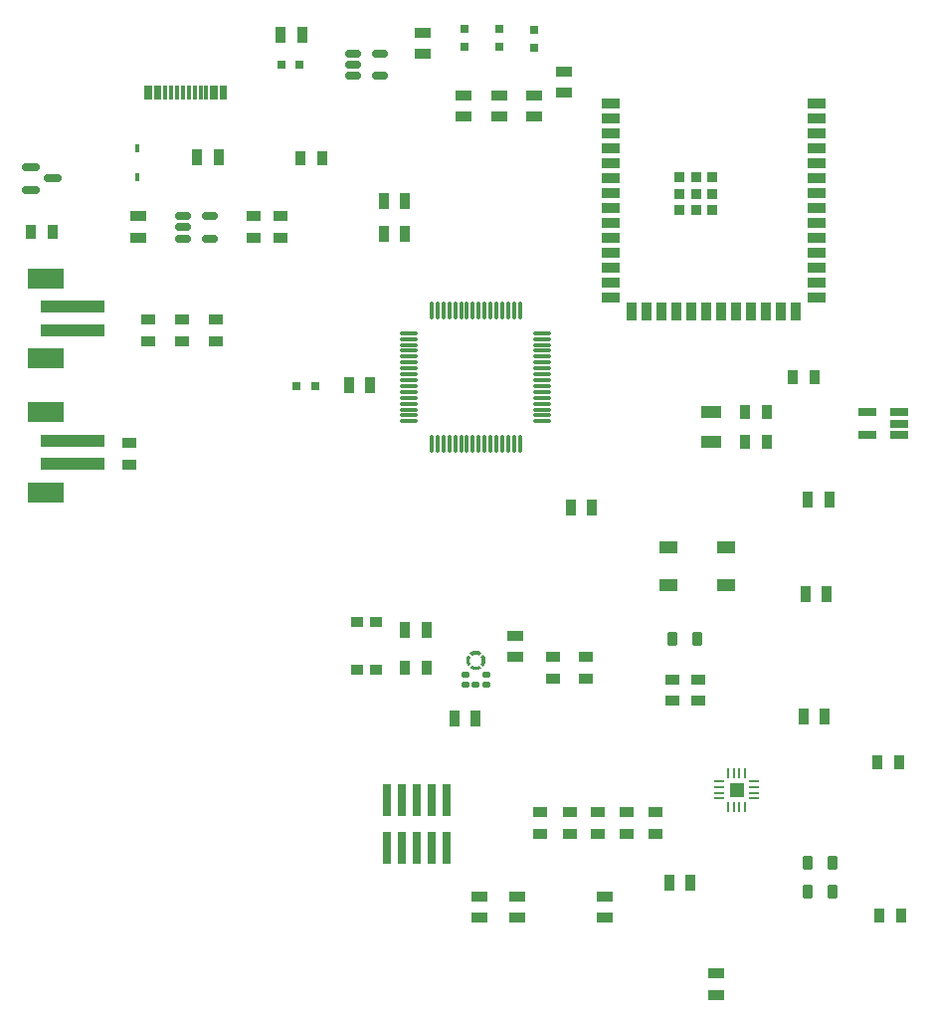
<source format=gbr>
%TF.GenerationSoftware,KiCad,Pcbnew,7.0.6*%
%TF.CreationDate,2023-11-17T16:50:28-08:00*%
%TF.ProjectId,Final_Project_4Layer,46696e61-6c5f-4507-926f-6a6563745f34,1.0*%
%TF.SameCoordinates,Original*%
%TF.FileFunction,Paste,Top*%
%TF.FilePolarity,Positive*%
%FSLAX46Y46*%
G04 Gerber Fmt 4.6, Leading zero omitted, Abs format (unit mm)*
G04 Created by KiCad (PCBNEW 7.0.6) date 2023-11-17 16:50:28*
%MOMM*%
%LPD*%
G01*
G04 APERTURE LIST*
G04 Aperture macros list*
%AMRoundRect*
0 Rectangle with rounded corners*
0 $1 Rounding radius*
0 $2 $3 $4 $5 $6 $7 $8 $9 X,Y pos of 4 corners*
0 Add a 4 corners polygon primitive as box body*
4,1,4,$2,$3,$4,$5,$6,$7,$8,$9,$2,$3,0*
0 Add four circle primitives for the rounded corners*
1,1,$1+$1,$2,$3*
1,1,$1+$1,$4,$5*
1,1,$1+$1,$6,$7*
1,1,$1+$1,$8,$9*
0 Add four rect primitives between the rounded corners*
20,1,$1+$1,$2,$3,$4,$5,0*
20,1,$1+$1,$4,$5,$6,$7,0*
20,1,$1+$1,$6,$7,$8,$9,0*
20,1,$1+$1,$8,$9,$2,$3,0*%
G04 Aperture macros list end*
%ADD10R,0.711200X0.762000*%
%ADD11R,0.762000X0.711200*%
%ADD12R,5.511800X0.990600*%
%ADD13R,3.098800X1.701800*%
%ADD14R,1.346200X0.812800*%
%ADD15R,0.812800X1.346200*%
%ADD16R,1.244600X0.863600*%
%ADD17R,0.863600X1.244600*%
%ADD18R,0.660400X2.768600*%
%ADD19R,0.300000X1.150000*%
%ADD20RoundRect,0.075000X0.662500X0.075000X-0.662500X0.075000X-0.662500X-0.075000X0.662500X-0.075000X0*%
%ADD21RoundRect,0.075000X0.075000X0.662500X-0.075000X0.662500X-0.075000X-0.662500X0.075000X-0.662500X0*%
%ADD22RoundRect,0.150000X-0.512500X-0.150000X0.512500X-0.150000X0.512500X0.150000X-0.512500X0.150000X0*%
%ADD23RoundRect,0.218750X-0.218750X-0.381250X0.218750X-0.381250X0.218750X0.381250X-0.218750X0.381250X0*%
%ADD24R,1.498600X0.889000*%
%ADD25R,0.889000X1.498600*%
%ADD26R,0.889000X0.889000*%
%ADD27RoundRect,0.150000X-0.587500X-0.150000X0.587500X-0.150000X0.587500X0.150000X-0.587500X0.150000X0*%
%ADD28RoundRect,0.130500X0.169500X0.130500X-0.169500X0.130500X-0.169500X-0.130500X0.169500X-0.130500X0*%
%ADD29R,1.500000X1.000000*%
%ADD30R,0.355600X0.660400*%
%ADD31R,0.812800X0.254000*%
%ADD32R,0.254000X0.812800*%
%ADD33R,1.244600X1.244600*%
%ADD34R,0.990600X0.889000*%
%ADD35R,1.560000X0.650000*%
%ADD36R,1.800000X1.000000*%
G04 APERTURE END LIST*
%TO.C,MK1*%
G36*
X190723300Y-115730000D02*
G01*
X190780000Y-115872600D01*
X190808900Y-116023300D01*
X190808900Y-116176700D01*
X190780000Y-116327400D01*
X190723300Y-116470000D01*
X190640900Y-116599400D01*
X190426100Y-116384700D01*
X190467800Y-116309300D01*
X190496300Y-116228000D01*
X190510700Y-116143100D01*
X190510700Y-116056900D01*
X190496300Y-115972000D01*
X190467800Y-115890700D01*
X190426100Y-115815300D01*
X190640900Y-115600600D01*
X190723300Y-115730000D01*
G37*
G36*
X190499400Y-116740900D02*
G01*
X190370000Y-116823300D01*
X190227400Y-116880000D01*
X190076700Y-116908900D01*
X189923300Y-116908900D01*
X189772600Y-116880000D01*
X189630000Y-116823300D01*
X189500600Y-116740900D01*
X189715300Y-116526100D01*
X189790700Y-116567800D01*
X189872000Y-116596300D01*
X189956900Y-116610700D01*
X190043100Y-116610700D01*
X190128000Y-116596300D01*
X190209300Y-116567800D01*
X190284700Y-116526100D01*
X190499400Y-116740900D01*
G37*
G36*
X190227400Y-115320000D02*
G01*
X190370000Y-115376700D01*
X190499400Y-115459100D01*
X190284700Y-115673900D01*
X190209300Y-115632200D01*
X190128000Y-115603700D01*
X190043100Y-115589300D01*
X189956900Y-115589300D01*
X189872000Y-115603700D01*
X189790700Y-115632200D01*
X189715300Y-115673900D01*
X189500600Y-115459100D01*
X189630000Y-115376700D01*
X189772600Y-115320000D01*
X189923300Y-115291100D01*
X190076700Y-115291100D01*
X190227400Y-115320000D01*
G37*
G36*
X189573900Y-115815300D02*
G01*
X189532200Y-115890700D01*
X189503700Y-115972000D01*
X189489300Y-116056900D01*
X189489300Y-116143100D01*
X189503700Y-116228000D01*
X189532200Y-116309300D01*
X189573900Y-116384700D01*
X189359100Y-116599400D01*
X189276700Y-116470000D01*
X189220000Y-116327400D01*
X189191100Y-116176700D01*
X189191100Y-116023300D01*
X189220000Y-115872600D01*
X189276700Y-115730000D01*
X189359100Y-115600600D01*
X189573900Y-115815300D01*
G37*
%TD*%
D10*
%TO.C,D6*%
X192000000Y-62365000D03*
X192000000Y-63914400D03*
%TD*%
D11*
%TO.C,D2*%
X173425300Y-65400000D03*
X174974700Y-65400000D03*
%TD*%
D12*
%TO.C,J11*%
X155650001Y-99399999D03*
X155650001Y-97399997D03*
D13*
X153400000Y-101799996D03*
X153400000Y-95000000D03*
%TD*%
D14*
%TO.C,R19*%
X193500000Y-136200000D03*
X193500000Y-138003400D03*
%TD*%
D15*
%TO.C,R10*%
X182196600Y-77000000D03*
X184000000Y-77000000D03*
%TD*%
D16*
%TO.C,C6*%
X173400000Y-78300000D03*
X173400000Y-80154200D03*
%TD*%
%TO.C,C11*%
X165000000Y-87100000D03*
X165000000Y-88954200D03*
%TD*%
D15*
%TO.C,R9*%
X175201700Y-62900000D03*
X173398300Y-62900000D03*
%TD*%
D16*
%TO.C,C12*%
X167900000Y-87100000D03*
X167900000Y-88954200D03*
%TD*%
D14*
%TO.C,R20*%
X190300000Y-138003400D03*
X190300000Y-136200000D03*
%TD*%
D17*
%TO.C,C20*%
X226200000Y-137800000D03*
X224345800Y-137800000D03*
%TD*%
D15*
%TO.C,R22*%
X208300000Y-135000000D03*
X206496600Y-135000000D03*
%TD*%
D16*
%TO.C,C13*%
X206725000Y-119554200D03*
X206725000Y-117700000D03*
%TD*%
D14*
%TO.C,R13*%
X197548100Y-66007800D03*
X197548100Y-67811200D03*
%TD*%
D16*
%TO.C,C17*%
X198000000Y-130854200D03*
X198000000Y-129000000D03*
%TD*%
D18*
%TO.C,J1*%
X182460000Y-128000000D03*
X183730000Y-128000000D03*
X185000000Y-128000000D03*
X186270000Y-128000000D03*
X187540000Y-128000000D03*
X182460000Y-132039996D03*
X183730000Y-132039996D03*
X185000000Y-132039996D03*
X186270000Y-132039996D03*
X187540000Y-132039996D03*
%TD*%
D16*
%TO.C,C10*%
X162100000Y-87100000D03*
X162100000Y-88954200D03*
%TD*%
D14*
%TO.C,R16*%
X191993400Y-69817800D03*
X191993400Y-68014400D03*
%TD*%
%TO.C,R23*%
X210456100Y-142744500D03*
X210456100Y-144547900D03*
%TD*%
D15*
%TO.C,R21*%
X217896600Y-120900000D03*
X219700000Y-120900000D03*
%TD*%
%TO.C,R14*%
X181001700Y-92700000D03*
X179198300Y-92700000D03*
%TD*%
D19*
%TO.C,J6*%
X168670000Y-67745000D03*
X167870000Y-67745000D03*
X166570000Y-67745000D03*
X165570000Y-67745000D03*
X165070000Y-67745000D03*
X164070000Y-67745000D03*
X162770000Y-67745000D03*
X161970000Y-67745000D03*
X162270000Y-67745000D03*
X163070000Y-67745000D03*
X163570000Y-67745000D03*
X164570000Y-67745000D03*
X166070000Y-67745000D03*
X167070000Y-67745000D03*
X167570000Y-67745000D03*
X168370000Y-67745000D03*
%TD*%
D20*
%TO.C,U2*%
X195662500Y-95750000D03*
X195662500Y-95250000D03*
X195662500Y-94750000D03*
X195662500Y-94250000D03*
X195662500Y-93750000D03*
X195662500Y-93250000D03*
X195662500Y-92750000D03*
X195662500Y-92250000D03*
X195662500Y-91750000D03*
X195662500Y-91250000D03*
X195662500Y-90750000D03*
X195662500Y-90250000D03*
X195662500Y-89750000D03*
X195662500Y-89250000D03*
X195662500Y-88750000D03*
X195662500Y-88250000D03*
D21*
X193750000Y-86337500D03*
X193250000Y-86337500D03*
X192750000Y-86337500D03*
X192250000Y-86337500D03*
X191750000Y-86337500D03*
X191250000Y-86337500D03*
X190750000Y-86337500D03*
X190250000Y-86337500D03*
X189750000Y-86337500D03*
X189250000Y-86337500D03*
X188750000Y-86337500D03*
X188250000Y-86337500D03*
X187750000Y-86337500D03*
X187250000Y-86337500D03*
X186750000Y-86337500D03*
X186250000Y-86337500D03*
D20*
X184337500Y-88250000D03*
X184337500Y-88750000D03*
X184337500Y-89250000D03*
X184337500Y-89750000D03*
X184337500Y-90250000D03*
X184337500Y-90750000D03*
X184337500Y-91250000D03*
X184337500Y-91750000D03*
X184337500Y-92250000D03*
X184337500Y-92750000D03*
X184337500Y-93250000D03*
X184337500Y-93750000D03*
X184337500Y-94250000D03*
X184337500Y-94750000D03*
X184337500Y-95250000D03*
X184337500Y-95750000D03*
D21*
X186250000Y-97662500D03*
X186750000Y-97662500D03*
X187250000Y-97662500D03*
X187750000Y-97662500D03*
X188250000Y-97662500D03*
X188750000Y-97662500D03*
X189250000Y-97662500D03*
X189750000Y-97662500D03*
X190250000Y-97662500D03*
X190750000Y-97662500D03*
X191250000Y-97662500D03*
X191750000Y-97662500D03*
X192250000Y-97662500D03*
X192750000Y-97662500D03*
X193250000Y-97662500D03*
X193750000Y-97662500D03*
%TD*%
D22*
%TO.C,U1*%
X165100000Y-78300000D03*
X165100000Y-79250000D03*
X165100000Y-80200000D03*
X167375000Y-80200000D03*
X167375000Y-78300000D03*
%TD*%
D23*
%TO.C,FB2*%
X218237500Y-135800000D03*
X220362500Y-135800000D03*
%TD*%
D15*
%TO.C,R11*%
X184000000Y-79800000D03*
X182196600Y-79800000D03*
%TD*%
D17*
%TO.C,C9*%
X214800000Y-95000000D03*
X212945800Y-95000000D03*
%TD*%
D24*
%TO.C,U4*%
X201499400Y-68680480D03*
X201499400Y-69950480D03*
X201499400Y-71220480D03*
X201499400Y-72490480D03*
X201499400Y-73760480D03*
X201499400Y-75030480D03*
X201499400Y-76300480D03*
X201499400Y-77570480D03*
X201499400Y-78840480D03*
X201499400Y-80110480D03*
X201499400Y-81380480D03*
X201499400Y-82650480D03*
X201499400Y-83920480D03*
X201499400Y-85190480D03*
D25*
X203264700Y-86440160D03*
X204534700Y-86440160D03*
X205804700Y-86440160D03*
X207074700Y-86440160D03*
X208344700Y-86440160D03*
X209614700Y-86440160D03*
X210884700Y-86440160D03*
X212154700Y-86440160D03*
X213424700Y-86440160D03*
X214694700Y-86440160D03*
X215964700Y-86440160D03*
X217234700Y-86440160D03*
D24*
X219000000Y-85190480D03*
X219000000Y-83920480D03*
X219000000Y-82650480D03*
X219000000Y-81380480D03*
X219000000Y-80110480D03*
X219000000Y-78840480D03*
X219000000Y-77570480D03*
X219000000Y-76300480D03*
X219000000Y-75030480D03*
X219000000Y-73760480D03*
X219000000Y-72490480D03*
X219000000Y-71220480D03*
X219000000Y-69950480D03*
X219000000Y-68680480D03*
D26*
X208748560Y-76399540D03*
X208748560Y-75000000D03*
X207349020Y-75000000D03*
X207349020Y-76399540D03*
X207349020Y-77799080D03*
X208748560Y-77799080D03*
X210148100Y-77799080D03*
X210148100Y-76399540D03*
X210148100Y-75000000D03*
%TD*%
D12*
%TO.C,J4*%
X155650001Y-88000000D03*
X155650001Y-85999998D03*
D13*
X153400000Y-90399997D03*
X153400000Y-83600001D03*
%TD*%
D17*
%TO.C,C3*%
X152145800Y-79600000D03*
X154000000Y-79600000D03*
%TD*%
D27*
%TO.C,Q1*%
X152125000Y-74150000D03*
X152125000Y-76050000D03*
X154000000Y-75100000D03*
%TD*%
D23*
%TO.C,L1*%
X206700000Y-114300000D03*
X208825000Y-114300000D03*
%TD*%
D16*
%TO.C,C5*%
X171075000Y-78300000D03*
X171075000Y-80154200D03*
%TD*%
D15*
%TO.C,R6*%
X184000000Y-113500000D03*
X185803400Y-113500000D03*
%TD*%
D16*
%TO.C,C21*%
X202800000Y-128972900D03*
X202800000Y-130827100D03*
%TD*%
D15*
%TO.C,R7*%
X188198300Y-121000000D03*
X190001700Y-121000000D03*
%TD*%
D14*
%TO.C,R12*%
X185500000Y-62700000D03*
X185500000Y-64503400D03*
%TD*%
D28*
%TO.C,MK1*%
X190900000Y-118174000D03*
X190900000Y-117352000D03*
X189100000Y-117352000D03*
X189100000Y-118174000D03*
X190000000Y-118174000D03*
%TD*%
D29*
%TO.C,D4*%
X211300000Y-109700000D03*
X211300000Y-106500000D03*
X206400000Y-106500000D03*
X206400000Y-109700000D03*
%TD*%
D30*
%TO.C,D1*%
X161200000Y-74938400D03*
X161200000Y-72500000D03*
%TD*%
D10*
%TO.C,D7*%
X195000000Y-62439700D03*
X195000000Y-63989100D03*
%TD*%
D15*
%TO.C,R8*%
X199901700Y-103101700D03*
X198098300Y-103101700D03*
%TD*%
D14*
%TO.C,R4*%
X193400000Y-114000000D03*
X193400000Y-115803400D03*
%TD*%
D23*
%TO.C,FB1*%
X218237500Y-133300000D03*
X220362500Y-133300000D03*
%TD*%
D17*
%TO.C,C7*%
X217000000Y-92000000D03*
X218854200Y-92000000D03*
%TD*%
D14*
%TO.C,R15*%
X188986800Y-69817800D03*
X188986800Y-68014400D03*
%TD*%
D15*
%TO.C,R1*%
X168103400Y-73300000D03*
X166300000Y-73300000D03*
%TD*%
%TO.C,R2*%
X218096600Y-110460000D03*
X219900000Y-110460000D03*
%TD*%
D31*
%TO.C,U6*%
X210752200Y-126349999D03*
X210752200Y-126850000D03*
X210752200Y-127350000D03*
X210752200Y-127850001D03*
D32*
X211449999Y-128547800D03*
X211950000Y-128547800D03*
X212450000Y-128547800D03*
X212950001Y-128547800D03*
D31*
X213647800Y-127850001D03*
X213647800Y-127350000D03*
X213647800Y-126850000D03*
X213647800Y-126349999D03*
D32*
X212950001Y-125652200D03*
X212450000Y-125652200D03*
X211950000Y-125652200D03*
X211449999Y-125652200D03*
D33*
X212200000Y-127100000D03*
%TD*%
D16*
%TO.C,C14*%
X208925000Y-119554200D03*
X208925000Y-117700000D03*
%TD*%
D17*
%TO.C,C8*%
X214772900Y-97500000D03*
X212918700Y-97500000D03*
%TD*%
D14*
%TO.C,R18*%
X201000000Y-138003400D03*
X201000000Y-136200000D03*
%TD*%
D17*
%TO.C,C15*%
X175090900Y-73378500D03*
X176945100Y-73378500D03*
%TD*%
%TO.C,C4*%
X183972900Y-116700000D03*
X185827100Y-116700000D03*
%TD*%
D34*
%TO.C,SW1*%
X179899998Y-112800000D03*
X181500000Y-112800000D03*
X179899998Y-116899996D03*
X181500000Y-116899996D03*
%TD*%
D16*
%TO.C,C1*%
X196572900Y-115772900D03*
X196572900Y-117627100D03*
%TD*%
D15*
%TO.C,R3*%
X218272800Y-102434900D03*
X220076200Y-102434900D03*
%TD*%
D14*
%TO.C,R17*%
X195000000Y-69817800D03*
X195000000Y-68014400D03*
%TD*%
D16*
%TO.C,C16*%
X195500000Y-130854200D03*
X195500000Y-129000000D03*
%TD*%
D10*
%TO.C,D5*%
X189000000Y-62365000D03*
X189000000Y-63914400D03*
%TD*%
D22*
%TO.C,U3*%
X179562500Y-64450000D03*
X179562500Y-65400000D03*
X179562500Y-66350000D03*
X181837500Y-66350000D03*
X181837500Y-64450000D03*
%TD*%
D16*
%TO.C,C2*%
X199400000Y-115800000D03*
X199400000Y-117654200D03*
%TD*%
D14*
%TO.C,R5*%
X161275000Y-80103400D03*
X161275000Y-78300000D03*
%TD*%
D35*
%TO.C,U5*%
X226000000Y-96900000D03*
X226000000Y-95950000D03*
X226000000Y-95000000D03*
X223300000Y-95000000D03*
X223300000Y-96900000D03*
%TD*%
D16*
%TO.C,C23*%
X160500000Y-99427100D03*
X160500000Y-97572900D03*
%TD*%
%TO.C,C22*%
X200400000Y-129000000D03*
X200400000Y-130854200D03*
%TD*%
%TO.C,C19*%
X205300000Y-128972900D03*
X205300000Y-130827100D03*
%TD*%
D17*
%TO.C,C18*%
X226000000Y-124800000D03*
X224145800Y-124800000D03*
%TD*%
D36*
%TO.C,Y1*%
X210000000Y-95000000D03*
X210000000Y-97500000D03*
%TD*%
D11*
%TO.C,D3*%
X174750600Y-92800000D03*
X176300000Y-92800000D03*
%TD*%
M02*

</source>
